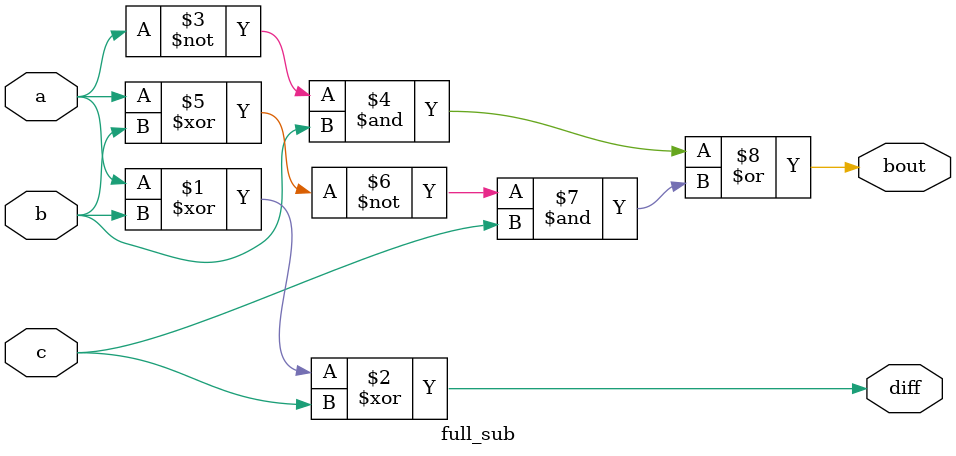
<source format=v>
module full_sub(
  input a,b,c,
  output diff,bout);
  assign diff=a^b^c;
  assign bout=(~a&b)|(~(a^b)&c);
endmodule

</source>
